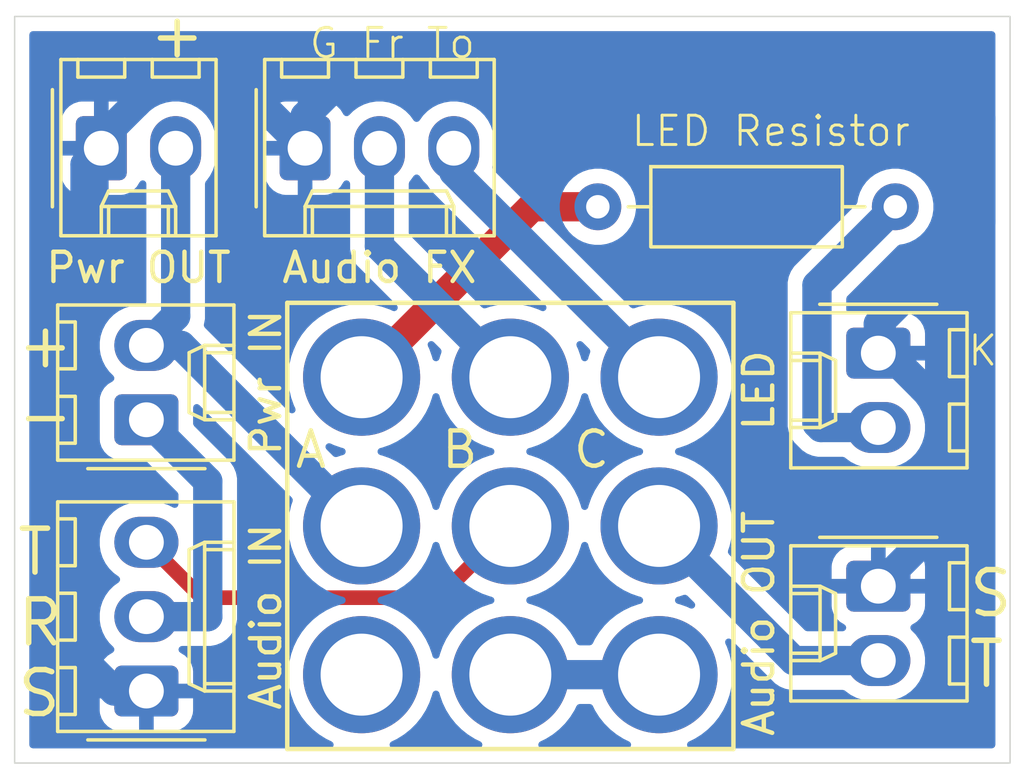
<source format=kicad_pcb>
(kicad_pcb (version 20241229) (generator "pcbnew") (generator_version "9.0")
  (layers (0 "F.Cu" signal) (2 "B.Cu" signal) (13 "F.Paste" user) (15 "B.Paste" user) (5 "F.SilkS" user "F.Silkscreen") (7 "B.SilkS" user "B.Silkscreen") (1 "F.Mask" user) (3 "B.Mask" user) (25 "Edge.Cuts" user))
  (net 0 "")
  (net 1 "GND")
  (net 2 "Net-(J4-Pin_2)")
  (net 3 "Net-(J5-Pin_2)")
  (net 4 "Net-(J7-Pin_2)")
  (net 5 "Net-(R1-Pad1)")
  (net 7 "Net-(J1-Pin_3)")
  (net 8 "Net-(J1-Pin_2)")
  (net 9 "Net-(J2-Pin_2)")
  (net 10 "Net-(J7-Pin_3)")
  (net 11 "Net-(SW1-C-PadB3)")
  (footprint "Connector_Molex:Molex_KK-254_AE-6410-02A_1x02_P2.54mm_Vertical" (layer "F.Cu") (at 68 54.775 90)
    (property "Reference" "J4" (hide yes))
    (property "Value" "Pwr IN" (at 1.27 4.08 90) (layer "F.SilkS"))
    (fp_line (start 3.92 -3.03) (end -1.38 -3.03) (stroke (width 0.12)) (layer "F.SilkS"))
    (fp_line (start 1.74 -3.03) (end 1.74 -2.43) (stroke (width 0.12)) (layer "F.SilkS"))
    (fp_line (start -0.8 -3.03) (end -0.8 -2.43) (stroke (width 0.12)) (layer "F.SilkS"))
    (fp_line (start -1.38 -3.03) (end -1.38 2.99) (stroke (width 0.12)) (layer "F.SilkS"))
    (fp_line (start 3.34 -2.43) (end 3.34 -3.03) (stroke (width 0.12)) (layer "F.SilkS"))
    (fp_line (start 1.74 -2.43) (end 3.34 -2.43) (stroke (width 0.12)) (layer "F.SilkS"))
    (fp_line (start 0.8 -2.43) (end 0.8 -3.03) (stroke (width 0.12)) (layer "F.SilkS"))
    (fp_line (start -0.8 -2.43) (end 0.8 -2.43) (stroke (width 0.12)) (layer "F.SilkS"))
    (fp_line (start -1.67 -2) (end -1.67 2) (stroke (width 0.12)) (layer "F.SilkS"))
    (fp_line (start 2.29 1.46) (end 2.54 1.99) (stroke (width 0.12)) (layer "F.SilkS"))
    (fp_line (start 0.25 1.46) (end 2.29 1.46) (stroke (width 0.12)) (layer "F.SilkS"))
    (fp_line (start 2.54 1.99) (end 2.54 2.99) (stroke (width 0.12)) (layer "F.SilkS"))
    (fp_line (start 0 1.99) (end 0.25 1.46) (stroke (width 0.12)) (layer "F.SilkS"))
    (fp_line (start 0 1.99) (end 2.54 1.99) (stroke (width 0.12)) (layer "F.SilkS"))
    (fp_line (start 3.92 2.99) (end 3.92 -3.03) (stroke (width 0.12)) (layer "F.SilkS"))
    (fp_line (start 2.29 2.99) (end 2.29 1.99) (stroke (width 0.12)) (layer "F.SilkS"))
    (fp_line (start 0.25 2.99) (end 0.25 1.99) (stroke (width 0.12)) (layer "F.SilkS"))
    (fp_line (start 0 2.99) (end 0 1.99) (stroke (width 0.12)) (layer "F.SilkS"))
    (fp_line (start -1.38 2.99) (end 3.92 2.99) (stroke (width 0.12)) (layer "F.SilkS"))
    (pad "1" thru_hole roundrect (at 0 0 90) (size 1.74 2.19) (drill 1.19) (layers "*.Cu" "*.Mask") (roundrect_rratio 0.143678) (net 8 "Net-(J1-Pin_2)"))
    (pad "2" thru_hole oval (at 2.54 0 90) (size 1.74 2.19) (drill 1.19) (layers "*.Cu" "*.Mask") (net 2 "Net-(J4-Pin_2)"))
  )
  (footprint "Connector_Molex:Molex_KK-254_AE-6410-03A_1x03_P2.54mm_Vertical" (layer "F.Cu") (at 68 64.04 90)
    (property "Reference" "J1" (hide yes))
    (property "Value" "Audio IN" (at 2.54 4.08 90) (layer "F.SilkS"))
    (fp_line (start 6.46 -3.03) (end -1.38 -3.03) (stroke (width 0.12)) (layer "F.SilkS"))
    (fp_line (start 4.28 -3.03) (end 4.28 -2.43) (stroke (width 0.12)) (layer "F.SilkS"))
    (fp_line (start 1.74 -3.03) (end 1.74 -2.43) (stroke (width 0.12)) (layer "F.SilkS"))
    (fp_line (start -0.8 -3.03) (end -0.8 -2.43) (stroke (width 0.12)) (layer "F.SilkS"))
    (fp_line (start -1.38 -3.03) (end -1.38 2.99) (stroke (width 0.12)) (layer "F.SilkS"))
    (fp_line (start 5.88 -2.43) (end 5.88 -3.03) (stroke (width 0.12)) (layer "F.SilkS"))
    (fp_line (start 4.28 -2.43) (end 5.88 -2.43) (stroke (width 0.12)) (layer "F.SilkS"))
    (fp_line (start 3.34 -2.43) (end 3.34 -3.03) (stroke (width 0.12)) (layer "F.SilkS"))
    (fp_line (start 1.74 -2.43) (end 3.34 -2.43) (stroke (width 0.12)) (layer "F.SilkS"))
    (fp_line (start 0.8 -2.43) (end 0.8 -3.03) (stroke (width 0.12)) (layer "F.SilkS"))
    (fp_line (start -0.8 -2.43) (end 0.8 -2.43) (stroke (width 0.12)) (layer "F.SilkS"))
    (fp_line (start -1.67 -2) (end -1.67 2) (stroke (width 0.12)) (layer "F.SilkS"))
    (fp_line (start 4.83 1.46) (end 5.08 1.99) (stroke (width 0.12)) (layer "F.SilkS"))
    (fp_line (start 0.25 1.46) (end 4.83 1.46) (stroke (width 0.12)) (layer "F.SilkS"))
    (fp_line (start 5.08 1.99) (end 5.08 2.99) (stroke (width 0.12)) (layer "F.SilkS"))
    (fp_line (start 0 1.99) (end 0.25 1.46) (stroke (width 0.12)) (layer "F.SilkS"))
    (fp_line (start 0 1.99) (end 5.08 1.99) (stroke (width 0.12)) (layer "F.SilkS"))
    (fp_line (start 6.46 2.99) (end 6.46 -3.03) (stroke (width 0.12)) (layer "F.SilkS"))
    (fp_line (start 4.83 2.99) (end 4.83 1.99) (stroke (width 0.12)) (layer "F.SilkS"))
    (fp_line (start 0.25 2.99) (end 0.25 1.99) (stroke (width 0.12)) (layer "F.SilkS"))
    (fp_line (start 0 2.99) (end 0 1.99) (stroke (width 0.12)) (layer "F.SilkS"))
    (fp_line (start -1.38 2.99) (end 6.46 2.99) (stroke (width 0.12)) (layer "F.SilkS"))
    (pad "1" thru_hole roundrect (at 0 0 90) (size 1.74 2.19) (drill 1.19) (layers "*.Cu" "*.Mask") (roundrect_rratio 0.143678) (net 1 "GND"))
    (pad "2" thru_hole oval (at 2.54 0 90) (size 1.74 2.19) (drill 1.19) (layers "*.Cu" "*.Mask") (net 8 "Net-(J1-Pin_2)"))
    (pad "3" thru_hole oval (at 5.08 0 90) (size 1.74 2.19) (drill 1.19) (layers "*.Cu" "*.Mask") (net 7 "Net-(J1-Pin_3)"))
  )
  (footprint "Griffin:3PDT" (layer "F.Cu") (at 80.4312 58.4012)
    (property "Reference" "SW1" (hide yes))
    (property "Value" "SW_Foot_3PDT" (hide yes))
    (fp_line (start -7.62 -7.62) (end 7.62 -7.62) (stroke (width 0.1524)) (layer "F.SilkS"))
    (fp_line (start -7.62 7.62) (end -7.62 -7.62) (stroke (width 0.1524)) (layer "F.SilkS"))
    (fp_line (start 7.62 -7.62) (end 7.62 7.62) (stroke (width 0.1524)) (layer "F.SilkS"))
    (fp_line (start 7.62 7.62) (end -7.62 7.62) (stroke (width 0.1524)) (layer "F.SilkS"))
    (fp_text user "B" (at -2.4312 -1.9012 0) (layer "F.SilkS") (effects (font (size 1.2065 1.2065) (thickness 0.1524)) (justify left bottom)))
    (fp_text user "A" (at -7.4312 -1.9012 0) (layer "F.SilkS") (effects (font (size 1.2065 1.2065) (thickness 0.1524)) (justify left bottom)))
    (fp_text user "C" (at 2.0688 -1.9012 0) (layer "F.SilkS") (effects (font (size 1.2065 1.2065) (thickness 0.1524)) (justify left bottom)))
    (pad "A1" thru_hole circle (at -5.08 -5.08 180) (size 4 4) (drill 2.8) (layers "*.Cu" "*.Mask") (net 5 "Net-(R1-Pad1)"))
    (pad "A2" thru_hole circle (at -5.08 0 180) (size 4 4) (drill 2.8) (layers "*.Cu" "*.Mask") (net 2 "Net-(J4-Pin_2)"))
    (pad "A3" thru_hole circle (at -5.08 5.08 180) (size 4 4) (drill 2.8) (layers "*.Cu" "*.Mask"))
    (pad "B1" thru_hole circle (at 0 -5.08 180) (size 4 4) (drill 2.8) (layers "*.Cu" "*.Mask") (net 4 "Net-(J7-Pin_2)"))
    (pad "B2" thru_hole circle (at 0 0 180) (size 4 4) (drill 2.8) (layers "*.Cu" "*.Mask") (net 7 "Net-(J1-Pin_3)"))
    (pad "B3" thru_hole circle (at 0 5.08 180) (size 4 4) (drill 2.8) (layers "*.Cu" "*.Mask") (net 11 "Net-(SW1-C-PadB3)"))
    (pad "C1" thru_hole circle (at 5.08 -5.08 180) (size 4 4) (drill 2.8) (layers "*.Cu" "*.Mask") (net 10 "Net-(J7-Pin_3)"))
    (pad "C2" thru_hole circle (at 5.08 0 180) (size 4 4) (drill 2.8) (layers "*.Cu" "*.Mask") (net 9 "Net-(J2-Pin_2)"))
    (pad "C3" thru_hole circle (at 5.08 5.08 180) (size 4 4) (drill 2.8) (layers "*.Cu" "*.Mask") (net 11 "Net-(SW1-C-PadB3)"))
  )
  (footprint "Connector_Molex:Molex_KK-254_AE-6410-02A_1x02_P2.54mm_Vertical" (layer "F.Cu") (at 66.46 45.5)
    (property "Reference" "J8" (hide yes))
    (property "Value" "Pwr OUT" (at 1.27 4.08 0) (layer "F.SilkS"))
    (fp_line (start -1.67 -2) (end -1.67 2) (stroke (width 0.12)) (layer "F.SilkS"))
    (fp_line (start -1.38 -3.03) (end -1.38 2.99) (stroke (width 0.12)) (layer "F.SilkS"))
    (fp_line (start -1.38 2.99) (end 3.92 2.99) (stroke (width 0.12)) (layer "F.SilkS"))
    (fp_line (start -0.8 -3.03) (end -0.8 -2.43) (stroke (width 0.12)) (layer "F.SilkS"))
    (fp_line (start -0.8 -2.43) (end 0.8 -2.43) (stroke (width 0.12)) (layer "F.SilkS"))
    (fp_line (start 0 1.99) (end 0.25 1.46) (stroke (width 0.12)) (layer "F.SilkS"))
    (fp_line (start 0 1.99) (end 2.54 1.99) (stroke (width 0.12)) (layer "F.SilkS"))
    (fp_line (start 0 2.99) (end 0 1.99) (stroke (width 0.12)) (layer "F.SilkS"))
    (fp_line (start 0.25 1.46) (end 2.29 1.46) (stroke (width 0.12)) (layer "F.SilkS"))
    (fp_line (start 0.25 2.99) (end 0.25 1.99) (stroke (width 0.12)) (layer "F.SilkS"))
    (fp_line (start 0.8 -2.43) (end 0.8 -3.03) (stroke (width 0.12)) (layer "F.SilkS"))
    (fp_line (start 1.74 -3.03) (end 1.74 -2.43) (stroke (width 0.12)) (layer "F.SilkS"))
    (fp_line (start 1.74 -2.43) (end 3.34 -2.43) (stroke (width 0.12)) (layer "F.SilkS"))
    (fp_line (start 2.29 1.46) (end 2.54 1.99) (stroke (width 0.12)) (layer "F.SilkS"))
    (fp_line (start 2.29 2.99) (end 2.29 1.99) (stroke (width 0.12)) (layer "F.SilkS"))
    (fp_line (start 2.54 1.99) (end 2.54 2.99) (stroke (width 0.12)) (layer "F.SilkS"))
    (fp_line (start 3.34 -2.43) (end 3.34 -3.03) (stroke (width 0.12)) (layer "F.SilkS"))
    (fp_line (start 3.92 -3.03) (end -1.38 -3.03) (stroke (width 0.12)) (layer "F.SilkS"))
    (fp_line (start 3.92 2.99) (end 3.92 -3.03) (stroke (width 0.12)) (layer "F.SilkS"))
    (pad "1" thru_hole roundrect (at 0 0) (size 1.74 2.19) (drill 1.19) (layers "*.Cu" "*.Mask") (roundrect_rratio 0.143678) (net 1 "GND"))
    (pad "2" thru_hole oval (at 2.54 0) (size 1.74 2.19) (drill 1.19) (layers "*.Cu" "*.Mask") (net 2 "Net-(J4-Pin_2)"))
  )
  (footprint "Resistor_THT:R_Axial_DIN0207_L6.3mm_D2.5mm_P10.16mm_Horizontal" (layer "F.Cu") (at 83.42 47.5)
    (property "Reference" "R1" (hide yes))
    (property "Value" "4K4")
    (fp_line (start 1.04 0) (end 1.81 0) (stroke (width 0.12)) (layer "F.SilkS"))
    (fp_line (start 9.12 0) (end 8.35 0) (stroke (width 0.12)) (layer "F.SilkS"))
    (fp_rect (start 1.81 -1.37) (end 8.35 1.37) (stroke (width 0.12)) (fill no) (layer "F.SilkS"))
    (pad "1" thru_hole circle (at 0 0) (size 1.6 1.6) (drill 0.8) (layers "*.Cu" "*.Mask") (net 5 "Net-(R1-Pad1)"))
    (pad "2" thru_hole circle (at 10.16 0) (size 1.6 1.6) (drill 0.8) (layers "*.Cu" "*.Mask") (net 3 "Net-(J5-Pin_2)"))
  )
  (footprint "Connector_Molex:Molex_KK-254_AE-6410-03A_1x03_P2.54mm_Vertical" (layer "F.Cu") (at 73.42 45.5)
    (property "Reference" "J7" (hide yes))
    (property "Value" "Audio FX" (at 2.54 4.08 0) (layer "F.SilkS"))
    (fp_line (start -1.67 -2) (end -1.67 2) (stroke (width 0.12)) (layer "F.SilkS"))
    (fp_line (start -1.38 -3.03) (end -1.38 2.99) (stroke (width 0.12)) (layer "F.SilkS"))
    (fp_line (start -1.38 2.99) (end 6.46 2.99) (stroke (width 0.12)) (layer "F.SilkS"))
    (fp_line (start -0.8 -3.03) (end -0.8 -2.43) (stroke (width 0.12)) (layer "F.SilkS"))
    (fp_line (start -0.8 -2.43) (end 0.8 -2.43) (stroke (width 0.12)) (layer "F.SilkS"))
    (fp_line (start 0 1.99) (end 0.25 1.46) (stroke (width 0.12)) (layer "F.SilkS"))
    (fp_line (start 0 1.99) (end 5.08 1.99) (stroke (width 0.12)) (layer "F.SilkS"))
    (fp_line (start 0 2.99) (end 0 1.99) (stroke (width 0.12)) (layer "F.SilkS"))
    (fp_line (start 0.25 1.46) (end 4.83 1.46) (stroke (width 0.12)) (layer "F.SilkS"))
    (fp_line (start 0.25 2.99) (end 0.25 1.99) (stroke (width 0.12)) (layer "F.SilkS"))
    (fp_line (start 0.8 -2.43) (end 0.8 -3.03) (stroke (width 0.12)) (layer "F.SilkS"))
    (fp_line (start 1.74 -3.03) (end 1.74 -2.43) (stroke (width 0.12)) (layer "F.SilkS"))
    (fp_line (start 1.74 -2.43) (end 3.34 -2.43) (stroke (width 0.12)) (layer "F.SilkS"))
    (fp_line (start 3.34 -2.43) (end 3.34 -3.03) (stroke (width 0.12)) (layer "F.SilkS"))
    (fp_line (start 4.28 -3.03) (end 4.28 -2.43) (stroke (width 0.12)) (layer "F.SilkS"))
    (fp_line (start 4.28 -2.43) (end 5.88 -2.43) (stroke (width 0.12)) (layer "F.SilkS"))
    (fp_line (start 4.83 1.46) (end 5.08 1.99) (stroke (width 0.12)) (layer "F.SilkS"))
    (fp_line (start 4.83 2.99) (end 4.83 1.99) (stroke (width 0.12)) (layer "F.SilkS"))
    (fp_line (start 5.08 1.99) (end 5.08 2.99) (stroke (width 0.12)) (layer "F.SilkS"))
    (fp_line (start 5.88 -2.43) (end 5.88 -3.03) (stroke (width 0.12)) (layer "F.SilkS"))
    (fp_line (start 6.46 -3.03) (end -1.38 -3.03) (stroke (width 0.12)) (layer "F.SilkS"))
    (fp_line (start 6.46 2.99) (end 6.46 -3.03) (stroke (width 0.12)) (layer "F.SilkS"))
    (pad "1" thru_hole roundrect (at 0 0) (size 1.74 2.19) (drill 1.19) (layers "*.Cu" "*.Mask") (roundrect_rratio 0.143678) (net 1 "GND"))
    (pad "2" thru_hole oval (at 2.54 0) (size 1.74 2.19) (drill 1.19) (layers "*.Cu" "*.Mask") (net 4 "Net-(J7-Pin_2)"))
    (pad "3" thru_hole oval (at 5.08 0) (size 1.74 2.19) (drill 1.19) (layers "*.Cu" "*.Mask") (net 10 "Net-(J7-Pin_3)"))
  )
  (footprint "Connector_Molex:Molex_KK-254_AE-6410-02A_1x02_P2.54mm_Vertical" (layer "F.Cu") (at 93 60.46 -90)
    (property "Reference" "J2" (hide yes))
    (property "Value" "Audio OUT" (at 1.27 4.08 90) (layer "F.SilkS"))
    (fp_line (start -1.38 2.99) (end 3.92 2.99) (stroke (width 0.12)) (layer "F.SilkS"))
    (fp_line (start 0 2.99) (end 0 1.99) (stroke (width 0.12)) (layer "F.SilkS"))
    (fp_line (start 0.25 2.99) (end 0.25 1.99) (stroke (width 0.12)) (layer "F.SilkS"))
    (fp_line (start 2.29 2.99) (end 2.29 1.99) (stroke (width 0.12)) (layer "F.SilkS"))
    (fp_line (start 3.92 2.99) (end 3.92 -3.03) (stroke (width 0.12)) (layer "F.SilkS"))
    (fp_line (start 0 1.99) (end 2.54 1.99) (stroke (width 0.12)) (layer "F.SilkS"))
    (fp_line (start 0 1.99) (end 0.25 1.46) (stroke (width 0.12)) (layer "F.SilkS"))
    (fp_line (start 2.54 1.99) (end 2.54 2.99) (stroke (width 0.12)) (layer "F.SilkS"))
    (fp_line (start 0.25 1.46) (end 2.29 1.46) (stroke (width 0.12)) (layer "F.SilkS"))
    (fp_line (start 2.29 1.46) (end 2.54 1.99) (stroke (width 0.12)) (layer "F.SilkS"))
    (fp_line (start -1.67 -2) (end -1.67 2) (stroke (width 0.12)) (layer "F.SilkS"))
    (fp_line (start -0.8 -2.43) (end 0.8 -2.43) (stroke (width 0.12)) (layer "F.SilkS"))
    (fp_line (start 0.8 -2.43) (end 0.8 -3.03) (stroke (width 0.12)) (layer "F.SilkS"))
    (fp_line (start 1.74 -2.43) (end 3.34 -2.43) (stroke (width 0.12)) (layer "F.SilkS"))
    (fp_line (start 3.34 -2.43) (end 3.34 -3.03) (stroke (width 0.12)) (layer "F.SilkS"))
    (fp_line (start -1.38 -3.03) (end -1.38 2.99) (stroke (width 0.12)) (layer "F.SilkS"))
    (fp_line (start -0.8 -3.03) (end -0.8 -2.43) (stroke (width 0.12)) (layer "F.SilkS"))
    (fp_line (start 1.74 -3.03) (end 1.74 -2.43) (stroke (width 0.12)) (layer "F.SilkS"))
    (fp_line (start 3.92 -3.03) (end -1.38 -3.03) (stroke (width 0.12)) (layer "F.SilkS"))
    (pad "1" thru_hole roundrect (at 0 0 270) (size 1.74 2.19) (drill 1.19) (layers "*.Cu" "*.Mask") (roundrect_rratio 0.143678) (net 1 "GND"))
    (pad "2" thru_hole oval (at 2.54 0 270) (size 1.74 2.19) (drill 1.19) (layers "*.Cu" "*.Mask") (net 9 "Net-(J2-Pin_2)"))
  )
  (footprint "Connector_Molex:Molex_KK-254_AE-6410-02A_1x02_P2.54mm_Vertical" (layer "F.Cu") (at 93 52.5 -90)
    (property "Reference" "J5" (hide yes))
    (property "Value" "LED" (at 1.27 4.08 90) (layer "F.SilkS"))
    (fp_line (start -1.38 2.99) (end 3.92 2.99) (stroke (width 0.12)) (layer "F.SilkS"))
    (fp_line (start 0 2.99) (end 0 1.99) (stroke (width 0.12)) (layer "F.SilkS"))
    (fp_line (start 0.25 2.99) (end 0.25 1.99) (stroke (width 0.12)) (layer "F.SilkS"))
    (fp_line (start 2.29 2.99) (end 2.29 1.99) (stroke (width 0.12)) (layer "F.SilkS"))
    (fp_line (start 3.92 2.99) (end 3.92 -3.03) (stroke (width 0.12)) (layer "F.SilkS"))
    (fp_line (start 0 1.99) (end 2.54 1.99) (stroke (width 0.12)) (layer "F.SilkS"))
    (fp_line (start 0 1.99) (end 0.25 1.46) (stroke (width 0.12)) (layer "F.SilkS"))
    (fp_line (start 2.54 1.99) (end 2.54 2.99) (stroke (width 0.12)) (layer "F.SilkS"))
    (fp_line (start 0.25 1.46) (end 2.29 1.46) (stroke (width 0.12)) (layer "F.SilkS"))
    (fp_line (start 2.29 1.46) (end 2.54 1.99) (stroke (width 0.12)) (layer "F.SilkS"))
    (fp_line (start -1.67 -2) (end -1.67 2) (stroke (width 0.12)) (layer "F.SilkS"))
    (fp_line (start -0.8 -2.43) (end 0.8 -2.43) (stroke (width 0.12)) (layer "F.SilkS"))
    (fp_line (start 0.8 -2.43) (end 0.8 -3.03) (stroke (width 0.12)) (layer "F.SilkS"))
    (fp_line (start 1.74 -2.43) (end 3.34 -2.43) (stroke (width 0.12)) (layer "F.SilkS"))
    (fp_line (start 3.34 -2.43) (end 3.34 -3.03) (stroke (width 0.12)) (layer "F.SilkS"))
    (fp_line (start -1.38 -3.03) (end -1.38 2.99) (stroke (width 0.12)) (layer "F.SilkS"))
    (fp_line (start -0.8 -3.03) (end -0.8 -2.43) (stroke (width 0.12)) (layer "F.SilkS"))
    (fp_line (start 1.74 -3.03) (end 1.74 -2.43) (stroke (width 0.12)) (layer "F.SilkS"))
    (fp_line (start 3.92 -3.03) (end -1.38 -3.03) (stroke (width 0.12)) (layer "F.SilkS"))
    (pad "1" thru_hole roundrect (at 0 0 270) (size 1.74 2.19) (drill 1.19) (layers "*.Cu" "*.Mask") (roundrect_rratio 0.143678) (net 1 "GND"))
    (pad "2" thru_hole oval (at 2.54 0 270) (size 1.74 2.19) (drill 1.19) (layers "*.Cu" "*.Mask") (net 3 "Net-(J5-Pin_2)"))
  )
  (gr_rect (start 63.5 41) (end 97.5 66.5) (stroke (width 0.05)) (fill no) (layer "Edge.Cuts"))
  (gr_text "LED Resistor" (at 84.5 45.5 0) (layer "F.SilkS") (effects (font (size 1 1) (thickness 0.1)) (justify left bottom)))
  (gr_text "G Fr To" (at 73.5 42.5 0) (layer "F.SilkS") (effects (font (size 1 1) (thickness 0.1)) (justify left bottom)))
  (gr_text "+" (at 68 42.5 0) (layer "F.SilkS") (effects (font (size 1.5 1.5) (thickness 0.1875)) (justify left bottom)))
  (gr_text "T\nR\nS" (at 63.5 65 0) (layer "F.SilkS") (effects (font (size 1.5 1.5) (thickness 0.1875)) (justify left bottom)))
  (gr_text "K" (at 96 53 0) (layer "F.SilkS") (effects (font (size 1 1) (thickness 0.1)) (justify left bottom)))
  (gr_text "+\n-" (at 63.5 55.5 0) (layer "F.SilkS") (effects (font (size 1.5 1.5) (thickness 0.1875)) (justify left bottom)))
  (gr_text "S\nT" (at 96 64 0) (layer "F.SilkS") (effects (font (size 1.5 1.5) (thickness 0.1875)) (justify left bottom)))
  (segment (start 68.225006 43.404) (end 71.324 43.404) (width 1) (layer "B.Cu") (net 1))
  (segment (start 66.46 45.5) (end 66.46 45.169006) (width 1) (layer "B.Cu") (net 1))
  (segment (start 93 51.5) (end 93 52.5) (width 1) (layer "B.Cu") (net 1))
  (segment (start 93.5 51.5) (end 93.5 52.5) (width 0.2) (layer "B.Cu") (net 1))
  (segment (start 95.404 43.404) (end 96.5 44.5) (width 1) (layer "B.Cu") (net 1))
  (segment (start 96.5 44.5) (end 96.5 48) (width 1) (layer "B.Cu") (net 1))
  (segment (start 95.096 54.265006) (end 95.096 58.364) (width 1) (layer "B.Cu") (net 1))
  (segment (start 95.096 58.364) (end 93 60.46) (width 1) (layer "B.Cu") (net 1))
  (segment (start 96.5 48) (end 93 51.5) (width 1) (layer "B.Cu") (net 1))
  (segment (start 66.905 64.04) (end 68 64.04) (width 1) (layer "B.Cu") (net 1))
  (segment (start 66.46 45.5) (end 65.904 46.056) (width 1) (layer "B.Cu") (net 1))
  (segment (start 65.904 46.056) (end 65.904 63.039) (width 1) (layer "B.Cu") (net 1))
  (segment (start 74.421 43.404) (end 95.404 43.404) (width 1) (layer "B.Cu") (net 1))
  (segment (start 93 52.5) (end 93.330994 52.5) (width 1) (layer "B.Cu") (net 1))
  (segment (start 93.330994 52.5) (end 95.096 54.265006) (width 1) (layer "B.Cu") (net 1))
  (segment (start 73.42 45.5) (end 73.42 44.405) (width 1) (layer "B.Cu") (net 1))
  (segment (start 73.42 44.405) (end 74.421 43.404) (width 1) (layer "B.Cu") (net 1))
  (segment (start 65.904 63.039) (end 66.905 64.04) (width 1) (layer "B.Cu") (net 1))
  (segment (start 71.324 43.404) (end 73.42 45.5) (width 1) (layer "B.Cu") (net 1))
  (segment (start 66.46 45.169006) (end 68.225006 43.404) (width 1) (layer "B.Cu") (net 1))
  (segment (start 69 51.235) (end 69 45.5) (width 1) (layer "B.Cu") (net 2))
  (segment (start 75.3512 58.4012) (end 69.185 52.235) (width 1) (layer "B.Cu") (net 2))
  (segment (start 68 52.235) (end 69 51.235) (width 1) (layer "B.Cu") (net 2))
  (segment (start 69.185 52.235) (end 68 52.235) (width 1) (layer "B.Cu") (net 2))
  (segment (start 93.58 47.5) (end 90.904 50.176) (width 1) (layer "B.Cu") (net 3))
  (segment (start 90.904 54.904) (end 91.04 55.04) (width 1) (layer "B.Cu") (net 3))
  (segment (start 90.904 50.176) (end 90.904 54.904) (width 1) (layer "B.Cu") (net 3))
  (segment (start 91.04 55.04) (end 93 55.04) (width 1) (layer "B.Cu") (net 3))
  (segment (start 75.96 48.85) (end 80.4312 53.3212) (width 1) (layer "B.Cu") (net 4))
  (segment (start 75.96 45.5) (end 75.96 48.85) (width 1) (layer "B.Cu") (net 4))
  (segment (start 83.42 47.5) (end 81.1724 47.5) (width 1) (layer "F.Cu") (net 5))
  (segment (start 81.1724 47.5) (end 75.3512 53.3212) (width 1) (layer "F.Cu") (net 5))
  (segment (start 69.8922 60.8522) (end 77.9802 60.8522) (width 0.5) (layer "F.Cu") (net 7))
  (segment (start 77.9802 60.8522) (end 80.4312 58.4012) (width 0.5) (layer "F.Cu") (net 7))
  (segment (start 68 58.96) (end 69.8922 60.8522) (width 0.5) (layer "F.Cu") (net 7))
  (segment (start 70.096 61.499) (end 70.096 56.871) (width 1) (layer "B.Cu") (net 8))
  (segment (start 68 61.5) (end 70.095 61.5) (width 1) (layer "B.Cu") (net 8))
  (segment (start 70.095 61.5) (end 70.096 61.499) (width 1) (layer "B.Cu") (net 8))
  (segment (start 70.096 56.871) (end 68 54.775) (width 1) (layer "B.Cu") (net 8))
  (segment (start 90.11 63) (end 93 63) (width 1) (layer "B.Cu") (net 9))
  (segment (start 85.5112 58.4012) (end 90.11 63) (width 1) (layer "B.Cu") (net 9))
  (segment (start 78.5 45.5) (end 78.5 46.31) (width 1) (layer "B.Cu") (net 10))
  (segment (start 78.5 46.31) (end 85.5112 53.3212) (width 1) (layer "B.Cu") (net 10))
  (segment (start 80.4312 63.4812) (end 85.5112 63.4812) (width 1) (layer "B.Cu") (net 11))
  (zone (net 1) (net_name "GND") (layer "B.Cu") (connect_pads (clearance 0.5)) (min_thickness 0.25) (fill yes (thermal_gap 0.5) (thermal_bridge_width 0.5) (island_removal_mode 1) (island_area_min 10))
    (polygon (pts (xy 63 40.5) (xy 98 40.5) (xy 98 67) (xy 63 67)))
  )
)
</source>
